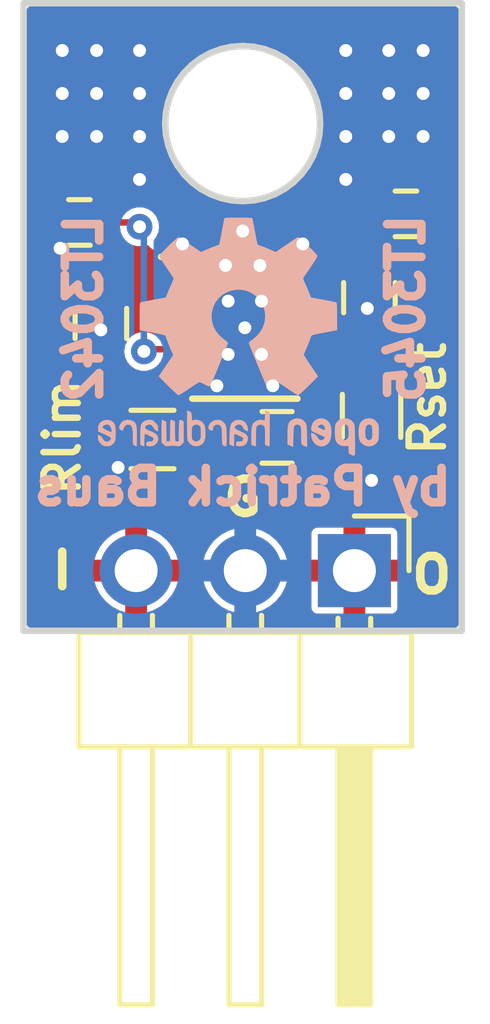
<source format=kicad_pcb>
(kicad_pcb (version 20221018) (generator pcbnew)
  (layers (0 "F.Cu" signal) (31 "B.Cu" signal) (34 "B.Paste" user) (35 "F.Paste" user) (36 "B.SilkS" user "B.Silkscreen") (37 "F.SilkS" user "F.Silkscreen") (38 "B.Mask" user) (39 "F.Mask" user) (44 "Edge.Cuts" user))
  (net 0 "")
  (net 1 "GND")
  (net 2 "Net-(C2-Pad1)")
  (net 3 "Net-(U1-Pad9)")
  (net 4 "/out")
  (net 5 "Net-(U1-Pad6)")
  (net 6 "Net-(R2-Pad1)")
  (net 7 "Net-(R3-Pad2)")
  (net 8 "/in")
  (footprint "Custom footprints:NET-TIE-0.15mm" (layer "F.Cu") (at 120.8 93.4 -135)
    (fp_text reference "W1" hide)
    (fp_text value "NET-TIE" hide)
    (fp_line (start 0 0) (end 0.4 0) (stroke (width 0.15)) (layer "F.Cu"))
    (pad "1" smd circle (at 0 0 225) (size 0.15 0.15) (layers "F.Cu") (net 4 "/out") (clearance 0.001) (thermal_gap 0.001))
    (pad "2" smd circle (at 0.4 0 225) (size 0.15 0.15) (layers "F.Cu") (net 3 "Net-(U1-Pad9)") (clearance 0.001) (thermal_gap 0.001))
  )
  (footprint "Resistors_SMD:R_0402" (layer "F.Cu") (at 121.9 91.9 180)
    (fp_text reference "R3" hide)
    (fp_text value "200k")
    (fp_line (start -0.25 0.53) (end 0.25 0.53) (stroke (width 0.12)) (layer "F.SilkS"))
    (fp_line (start 0.25 -0.53) (end -0.25 -0.53) (stroke (width 0.12)) (layer "F.SilkS"))
    (pad "1" smd rect (at -0.45 0 180) (size 0.4 0.6) (layers "F.Cu" "F.Paste" "F.Mask") (net 4 "/out"))
    (pad "2" smd rect (at 0.45 0 180) (size 0.4 0.6) (layers "F.Cu" "F.Paste" "F.Mask") (net 7 "Net-(R3-Pad2)"))
  )
  (footprint "Resistors_SMD:R_0402" (layer "F.Cu") (at 114.3 92.1 180)
    (fp_text reference "R4" hide)
    (fp_text value "5.6k")
    (fp_line (start -0.25 0.53) (end 0.25 0.53) (stroke (width 0.12)) (layer "F.SilkS"))
    (fp_line (start 0.25 -0.53) (end -0.25 -0.53) (stroke (width 0.12)) (layer "F.SilkS"))
    (pad "1" smd rect (at -0.45 0 180) (size 0.4 0.6) (layers "F.Cu" "F.Paste" "F.Mask") (net 7 "Net-(R3-Pad2)"))
    (pad "2" smd rect (at 0.45 0 180) (size 0.4 0.6) (layers "F.Cu" "F.Paste" "F.Mask") (net 1 "GND"))
  )
  (footprint "Resistors_SMD:R_0603" (layer "F.Cu") (at 121.1 96.6 -90)
    (fp_text reference "R1" hide)
    (fp_text value "120k")
    (fp_line (start -0.5 -0.68) (end 0.5 -0.68) (stroke (width 0.12)) (layer "F.SilkS"))
    (fp_line (start 0.5 0.68) (end -0.5 0.68) (stroke (width 0.12)) (layer "F.SilkS"))
    (pad "1" smd rect (at -0.75 0 270) (size 0.5 0.9) (layers "F.Cu" "F.Paste" "F.Mask") (net 2 "Net-(C2-Pad1)"))
    (pad "2" smd rect (at 0.75 0 270) (size 0.5 0.9) (layers "F.Cu" "F.Paste" "F.Mask") (net 1 "GND"))
  )
  (footprint "Resistors_SMD:R_0603" (layer "F.Cu") (at 116 97.15 180)
    (fp_text reference "R2" hide)
    (fp_text value "300")
    (fp_line (start -0.5 -0.68) (end 0.5 -0.68) (stroke (width 0.12)) (layer "F.SilkS"))
    (fp_line (start 0.5 0.68) (end -0.5 0.68) (stroke (width 0.12)) (layer "F.SilkS"))
    (pad "1" smd rect (at -0.75 0 180) (size 0.5 0.9) (layers "F.Cu" "F.Paste" "F.Mask") (net 6 "Net-(R2-Pad1)"))
    (pad "2" smd rect (at 0.75 0 180) (size 0.5 0.9) (layers "F.Cu" "F.Paste" "F.Mask") (net 1 "GND"))
  )
  (footprint "Housings_DFN_QFN:DFN-10-1EP_3x3mm_Pitch0.5mm" (layer "F.Cu") (at 118.15 94.55)
    (fp_text reference "U1" hide)
    (fp_text value "LT3045EDD")
    (fp_line (start -1.95 -1.65) (end 1.225 -1.65) (stroke (width 0.15)) (layer "F.SilkS"))
    (fp_line (start -1.225 1.65) (end 1.225 1.65) (stroke (width 0.15)) (layer "F.SilkS"))
    (pad "1" smd rect (at -1.55 -1) (size 0.65 0.3) (layers "F.Cu" "F.Paste" "F.Mask") (net 8 "/in"))
    (pad "2" smd rect (at -1.55 -0.5) (size 0.65 0.3) (layers "F.Cu" "F.Paste" "F.Mask") (net 8 "/in"))
    (pad "3" smd rect (at -1.55 0) (size 0.65 0.3) (layers "F.Cu" "F.Paste" "F.Mask") (net 8 "/in"))
    (pad "4" smd rect (at -1.55 0.5) (size 0.65 0.3) (layers "F.Cu" "F.Paste" "F.Mask") (net 7 "Net-(R3-Pad2)"))
    (pad "5" smd rect (at -1.55 1) (size 0.65 0.3) (layers "F.Cu" "F.Paste" "F.Mask") (net 6 "Net-(R2-Pad1)"))
    (pad "6" smd rect (at 1.55 1) (size 0.65 0.3) (layers "F.Cu" "F.Paste" "F.Mask") (net 5 "Net-(U1-Pad6)"))
    (pad "7" smd rect (at 1.55 0.5) (size 0.65 0.3) (layers "F.Cu" "F.Paste" "F.Mask") (net 2 "Net-(C2-Pad1)"))
    (pad "8" smd rect (at 1.55 0) (size 0.65 0.3) (layers "F.Cu" "F.Paste" "F.Mask") (net 1 "GND"))
    (pad "9" smd rect (at 1.55 -0.5) (size 0.65 0.3) (layers "F.Cu" "F.Paste" "F.Mask") (net 3 "Net-(U1-Pad9)"))
    (pad "10" smd rect (at 1.55 -1) (size 0.65 0.3) (layers "F.Cu" "F.Paste" "F.Mask") (net 4 "/out"))
    (pad "11" smd rect (at -0.3875 -0.62) (size 0.775 1.24) (layers "F.Cu" "F.Paste" "F.Mask") (net 1 "GND"))
    (pad "11" smd rect (at -0.3875 0.62) (size 0.775 1.24) (layers "F.Cu" "F.Paste" "F.Mask") (net 1 "GND"))
    (pad "11" smd rect (at 0.3875 -0.62) (size 0.775 1.24) (layers "F.Cu" "F.Paste" "F.Mask") (net 1 "GND"))
    (pad "11" smd rect (at 0.3875 0.62) (size 0.775 1.24) (layers "F.Cu" "F.Paste" "F.Mask") (net 1 "GND"))
  )
  (footprint "Pin_Headers:Pin_Header_Angled_1x03_Pitch2.54mm" (layer "F.Cu") (at 120.7 100.2 -90)
    (fp_text reference "J1" hide)
    (fp_text value "CONN_01X03")
    (fp_line (start -1.27 -1.27) (end 0 -1.27) (stroke (width 0.12)) (layer "F.SilkS"))
    (fp_line (start -1.27 0) (end -1.27 -1.27) (stroke (width 0.12)) (layer "F.SilkS"))
    (fp_line (start 1.042929 2.16) (end 1.44 2.16) (stroke (width 0.12)) (layer "F.SilkS"))
    (fp_line (start 1.042929 2.92) (end 1.44 2.92) (stroke (width 0.12)) (layer "F.SilkS"))
    (fp_line (start 1.042929 4.7) (end 1.44 4.7) (stroke (width 0.12)) (layer "F.SilkS"))
    (fp_line (start 1.042929 5.46) (end 1.44 5.46) (stroke (width 0.12)) (layer "F.SilkS"))
    (fp_line (start 1.11 -0.38) (end 1.44 -0.38) (stroke (width 0.12)) (layer "F.SilkS"))
    (fp_line (start 1.11 0.38) (end 1.44 0.38) (stroke (width 0.12)) (layer "F.SilkS"))
    (fp_line (start 1.44 -1.33) (end 1.44 6.41) (stroke (width 0.12)) (layer "F.SilkS"))
    (fp_line (start 1.44 1.27) (end 4.1 1.27) (stroke (width 0.12)) (layer "F.SilkS"))
    (fp_line (start 1.44 3.81) (end 4.1 3.81) (stroke (width 0.12)) (layer "F.SilkS"))
    (fp_line (start 1.44 6.41) (end 4.1 6.41) (stroke (width 0.12)) (layer "F.SilkS"))
    (fp_line (start 4.1 -1.33) (end 1.44 -1.33) (stroke (width 0.12)) (layer "F.SilkS"))
    (fp_line (start 4.1 -0.38) (end 10.1 -0.38) (stroke (width 0.12)) (layer "F.SilkS"))
    (fp_line (start 4.1 -0.32) (end 10.1 -0.32) (stroke (width 0.12)) (layer "F.SilkS"))
    (fp_line (start 4.1 -0.2) (end 10.1 -0.2) (stroke (width 0.12)) (layer "F.SilkS"))
    (fp_line (start 4.1 -0.08) (end 10.1 -0.08) (stroke (width 0.12)) (layer "F.SilkS"))
    (fp_line (start 4.1 0.04) (end 10.1 0.04) (stroke (width 0.12)) (layer "F.SilkS"))
    (fp_line (start 4.1 0.16) (end 10.1 0.16) (stroke (width 0.12)) (layer "F.SilkS"))
    (fp_line (start 4.1 0.28) (end 10.1 0.28) (stroke (width 0.12)) (layer "F.SilkS"))
    (fp_line (start 4.1 2.16) (end 10.1 2.16) (stroke (width 0.12)) (layer "F.SilkS"))
    (fp_line (start 4.1 4.7) (end 10.1 4.7) (stroke (width 0.12)) (layer "F.SilkS"))
    (fp_line (start 4.1 6.41) (end 4.1 -1.33) (stroke (width 0.12)) (layer "F.SilkS"))
    (fp_line (start 10.1 -0.38) (end 10.1 0.38) (stroke (width 0.12)) (layer "F.SilkS"))
    (fp_line (start 10.1 0.38) (end 4.1 0.38) (stroke (width 0.12)) (layer "F.SilkS"))
    (fp_line (start 10.1 2.16) (end 10.1 2.92) (stroke (width 0.12)) (layer "F.SilkS"))
    (fp_line (start 10.1 2.92) (end 4.1 2.92) (stroke (width 0.12)) (layer "F.SilkS"))
    (fp_line (start 10.1 4.7) (end 10.1 5.46) (stroke (width 0.12)) (layer "F.SilkS"))
    (fp_line (start 10.1 5.46) (end 4.1 5.46) (stroke (width 0.12)) (layer "F.SilkS"))
    (pad "1" thru_hole rect (at 0 0 270) (size 1.7 1.7) (drill 1) (layers "*.Cu" "*.Mask") (net 4 "/out"))
    (pad "2" thru_hole oval (at 0 2.54 270) (size 1.7 1.7) (drill 1) (layers "*.Cu" "*.Mask") (net 1 "GND"))
    (pad "3" thru_hole oval (at 0 5.08 270) (size 1.7 1.7) (drill 1) (layers "*.Cu" "*.Mask") (net 8 "/in"))
  )
  (footprint "Capacitors_SMD:C_0603" (layer "F.Cu") (at 118.9 97.1 180)
    (fp_text reference "C2" hide)
    (fp_text value "10u")
    (fp_line (start -0.35 -0.6) (end 0.35 -0.6) (stroke (width 0.12)) (layer "F.SilkS"))
    (fp_line (start 0.35 0.6) (end -0.35 0.6) (stroke (width 0.12)) (layer "F.SilkS"))
    (pad "1" smd rect (at -0.75 0 180) (size 0.8 0.75) (layers "F.Cu" "F.Paste" "F.Mask") (net 2 "Net-(C2-Pad1)"))
    (pad "2" smd rect (at 0.75 0 180) (size 0.8 0.75) (layers "F.Cu" "F.Paste" "F.Mask") (net 1 "GND"))
  )
  (footprint "Capacitors_SMD:C_0603" (layer "F.Cu") (at 114.8 94.45 -90)
    (fp_text reference "C1" hide)
    (fp_text value "10u")
    (fp_line (start -0.35 -0.6) (end 0.35 -0.6) (stroke (width 0.12)) (layer "F.SilkS"))
    (fp_line (start 0.35 0.6) (end -0.35 0.6) (stroke (width 0.12)) (layer "F.SilkS"))
    (pad "1" smd rect (at -0.75 0 270) (size 0.8 0.75) (layers "F.Cu" "F.Paste" "F.Mask") (net 8 "/in"))
    (pad "2" smd rect (at 0.75 0 270) (size 0.8 0.75) (layers "F.Cu" "F.Paste" "F.Mask") (net 1 "GND"))
  )
  (footprint "Capacitors_SMD:C_0603" (layer "F.Cu") (at 121.05 93.85 -90)
    (fp_text reference "C3" hide)
    (fp_text value "10u")
    (fp_line (start -0.35 -0.6) (end 0.35 -0.6) (stroke (width 0.12)) (layer "F.SilkS"))
    (fp_line (start 0.35 0.6) (end -0.35 0.6) (stroke (width 0.12)) (layer "F.SilkS"))
    (pad "1" smd rect (at -0.75 0 270) (size 0.8 0.75) (layers "F.Cu" "F.Paste" "F.Mask") (net 4 "/out"))
    (pad "2" smd rect (at 0.75 0 270) (size 0.8 0.75) (layers "F.Cu" "F.Paste" "F.Mask") (net 1 "GND"))
  )
  (footprint "Symbols:OSHW-Logo2_7.3x6mm_SilkScreen" (layer "B.Cu") (at 118 94.75 180)
    (fp_text reference "REF***" hide)
    (fp_text value "OSHW-Logo_7.5x8mm_SilkScreen" hide)
    (fp_poly (pts (xy 2.6526 -1.958752) (xy 2.669948 -1.966334) (xy 2.711356 -1.999128) (xy 2.746765 -2.046547) (xy 2.768664 -2.097151) (xy 2.772229 -2.122098) (xy 2.760279 -2.156927) (xy 2.734067 -2.175357) (xy 2.705964 -2.186516) (xy 2.693095 -2.188572) (xy 2.686829 -2.173649) (xy 2.674456 -2.141175) (xy 2.669028 -2.126502) (xy 2.63859 -2.075744) (xy 2.59452 -2.050427) (xy 2.53801 -2.051206) (xy 2.533825 -2.052203) (xy 2.503655 -2.066507) (xy 2.481476 -2.094393) (xy 2.466327 -2.139287) (xy 2.45725 -2.204615) (xy 2.453286 -2.293804) (xy 2.452914 -2.341261) (xy 2.45273 -2.416071) (xy 2.451522 -2.467069) (xy 2.448309 -2.499471) (xy 2.442109 -2.518495) (xy 2.43194 -2.529356) (xy 2.416819 -2.537272) (xy 2.415946 -2.53767) (xy 2.386828 -2.549981) (xy 2.372403 -2.554514) (xy 2.370186 -2.540809) (xy 2.368289 -2.502925) (xy 2.366847 -2.445715) (xy 2.365998 -2.374027) (xy 2.365829 -2.321565) (xy 2.366692 -2.220047) (xy 2.37007 -2.143032) (xy 2.377142 -2.086023) (xy 2.389088 -2.044526) (xy 2.40709 -2.014043) (xy 2.432327 -1.99008) (xy 2.457247 -1.973355) (xy 2.517171 -1.951097) (xy 2.586911 -1.946076) (xy 2.6526 -1.958752)) (stroke (width 0.01)) (fill solid) (layer "B.SilkS"))
    (fp_poly (pts (xy -1.283907 -1.92778) (xy -1.237328 -1.954723) (xy -1.204943 -1.981466) (xy -1.181258 -2.009484) (xy -1.164941 -2.043748) (xy -1.154661 -2.089227) (xy -1.149086 -2.150892) (xy -1.146884 -2.233711) (xy -1.146629 -2.293246) (xy -1.146629 -2.512391) (xy -1.208314 -2.540044) (xy -1.27 -2.567697) (xy -1.277257 -2.32767) (xy -1.280256 -2.238028) (xy -1.283402 -2.172962) (xy -1.287299 -2.128026) (xy -1.292553 -2.09877) (xy -1.299769 -2.080748) (xy -1.30955 -2.069511) (xy -1.312688 -2.067079) (xy -1.360239 -2.048083) (xy -1.408303 -2.0556) (xy -1.436914 -2.075543) (xy -1.448553 -2.089675) (xy -1.456609 -2.10822) (xy -1.461729 -2.136334) (xy -1.464559 -2.179173) (xy -1.465744 -2.241895) (xy -1.465943 -2.307261) (xy -1.465982 -2.389268) (xy -1.467386 -2.447316) (xy -1.472086 -2.486465) (xy -1.482013 -2.51178) (xy -1.499097 -2.528323) (xy -1.525268 -2.541156) (xy -1.560225 -2.554491) (xy -1.598404 -2.569007) (xy -1.593859 -2.311389) (xy -1.592029 -2.218519) (xy -1.589888 -2.149889) (xy -1.586819 -2.100711) (xy -1.582206 -2.066198) (xy -1.575432 -2.041562) (xy -1.565881 -2.022016) (xy -1.554366 -2.00477) (xy -1.49881 -1.94968) (xy -1.43102 -1.917822) (xy -1.357287 -1.910191) (xy -1.283907 -1.92778)) (stroke (width 0.01)) (fill solid) (layer "B.SilkS"))
    (fp_poly (pts (xy 0.529926 -1.949755) (xy 0.595858 -1.974084) (xy 0.649273 -2.017117) (xy 0.670164 -2.047409) (xy 0.692939 -2.102994) (xy 0.692466 -2.143186) (xy 0.668562 -2.170217) (xy 0.659717 -2.174813) (xy 0.62153 -2.189144) (xy 0.602028 -2.185472) (xy 0.595422 -2.161407) (xy 0.595086 -2.148114) (xy 0.582992 -2.09921) (xy 0.551471 -2.064999) (xy 0.507659 -2.048476) (xy 0.458695 -2.052634) (xy 0.418894 -2.074227) (xy 0.40545 -2.086544) (xy 0.395921 -2.101487) (xy 0.389485 -2.124075) (xy 0.385317 -2.159328) (xy 0.382597 -2.212266) (xy 0.380502 -2.287907) (xy 0.37996 -2.311857) (xy 0.377981 -2.39379) (xy 0.375731 -2.451455) (xy 0.372357 -2.489608) (xy 0.367006 -2.513004) (xy 0.358824 -2.526398) (xy 0.346959 -2.534545) (xy 0.339362 -2.538144) (xy 0.307102 -2.550452) (xy 0.288111 -2.554514) (xy 0.281836 -2.540948) (xy 0.278006 -2.499934) (xy 0.2766 -2.430999) (xy 0.277598 -2.333669) (xy 0.277908 -2.318657) (xy 0.280101 -2.229859) (xy 0.282693 -2.165019) (xy 0.286382 -2.119067) (xy 0.291864 -2.086935) (xy 0.299835 -2.063553) (xy 0.310993 -2.043852) (xy 0.31683 -2.03541) (xy 0.350296 -1.998057) (xy 0.387727 -1.969003) (xy 0.392309 -1.966467) (xy 0.459426 -1.946443) (xy 0.529926 -1.949755)) (stroke (width 0.01)) (fill solid) (layer "B.SilkS"))
    (fp_poly (pts (xy -0.624114 -1.851289) (xy -0.619861 -1.910613) (xy -0.614975 -1.945572) (xy -0.608205 -1.96082) (xy -0.598298 -1.961015) (xy -0.595086 -1.959195) (xy -0.552356 -1.946015) (xy -0.496773 -1.946785) (xy -0.440263 -1.960333) (xy -0.404918 -1.977861) (xy -0.368679 -2.005861) (xy -0.342187 -2.037549) (xy -0.324001 -2.077813) (xy -0.312678 -2.131543) (xy -0.306778 -2.203626) (xy -0.304857 -2.298951) (xy -0.304823 -2.317237) (xy -0.3048 -2.522646) (xy -0.350509 -2.53858) (xy -0.382973 -2.54942) (xy -0.400785 -2.554468) (xy -0.401309 -2.554514) (xy -0.403063 -2.540828) (xy -0.404556 -2.503076) (xy -0.405674 -2.446224) (xy -0.406303 -2.375234) (xy -0.4064 -2.332073) (xy -0.406602 -2.246973) (xy -0.407642 -2.185981) (xy -0.410169 -2.144177) (xy -0.414836 -2.116642) (xy -0.422293 -2.098456) (xy -0.433189 -2.084698) (xy -0.439993 -2.078073) (xy -0.486728 -2.051375) (xy -0.537728 -2.049375) (xy -0.583999 -2.071955) (xy -0.592556 -2.080107) (xy -0.605107 -2.095436) (xy -0.613812 -2.113618) (xy -0.619369 -2.139909) (xy -0.622474 -2.179562) (xy -0.623824 -2.237832) (xy -0.624114 -2.318173) (xy -0.624114 -2.522646) (xy -0.669823 -2.53858) (xy -0.702287 -2.54942) (xy -0.720099 -2.554468) (xy -0.720623 -2.554514) (xy -0.721963 -2.540623) (xy -0.723172 -2.501439) (xy -0.724199 -2.4407) (xy -0.724998 -2.362141) (xy -0.725519 -2.269498) (xy -0.725714 -2.166509) (xy -0.725714 -1.769342) (xy -0.678543 -1.749444) (xy -0.631371 -1.729547) (xy -0.624114 -1.851289)) (stroke (width 0.01)) (fill solid) (layer "B.SilkS"))
    (fp_poly (pts (xy 1.779833 -1.958663) (xy 1.782048 -1.99685) (xy 1.783784 -2.054886) (xy 1.784899 -2.12818) (xy 1.785257 -2.205055) (xy 1.785257 -2.465196) (xy 1.739326 -2.511127) (xy 1.707675 -2.539429) (xy 1.67989 -2.550893) (xy 1.641915 -2.550168) (xy 1.62684 -2.548321) (xy 1.579726 -2.542948) (xy 1.540756 -2.539869) (xy 1.531257 -2.539585) (xy 1.499233 -2.541445) (xy 1.453432 -2.546114) (xy 1.435674 -2.548321) (xy 1.392057 -2.551735) (xy 1.362745 -2.54432) (xy 1.33368 -2.521427) (xy 1.323188 -2.511127) (xy 1.277257 -2.465196) (xy 1.277257 -1.978602) (xy 1.314226 -1.961758) (xy 1.346059 -1.949282) (xy 1.364683 -1.944914) (xy 1.369458 -1.958718) (xy 1.373921 -1.997286) (xy 1.377775 -2.056356) (xy 1.380722 -2.131663) (xy 1.382143 -2.195286) (xy 1.386114 -2.445657) (xy 1.420759 -2.450556) (xy 1.452268 -2.447131) (xy 1.467708 -2.436041) (xy 1.472023 -2.415308) (xy 1.475708 -2.371145) (xy 1.478469 -2.309146) (xy 1.480012 -2.234909) (xy 1.480235 -2.196706) (xy 1.480457 -1.976783) (xy 1.526166 -1.960849) (xy 1.558518 -1.950015) (xy 1.576115 -1.944962) (xy 1.576623 -1.944914) (xy 1.578388 -1.958648) (xy 1.580329 -1.99673) (xy 1.582282 -2.054482) (xy 1.584084 -2.127227) (xy 1.585343 -2.195286) (xy 1.589314 -2.445657) (xy 1.6764 -2.445657) (xy 1.680396 -2.21724) (xy 1.684392 -1.988822) (xy 1.726847 -1.966868) (xy 1.758192 -1.951793) (xy 1.776744 -1.944951) (xy 1.777279 -1.944914) (xy 1.779833 -1.958663)) (stroke (width 0.01)) (fill solid) (layer "B.SilkS"))
    (fp_poly (pts (xy -2.958885 -1.921962) (xy -2.890855 -1.957733) (xy -2.840649 -2.015301) (xy -2.822815 -2.052312) (xy -2.808937 -2.107882) (xy -2.801833 -2.178096) (xy -2.80116 -2.254727) (xy -2.806573 -2.329552) (xy -2.81773 -2.394342) (xy -2.834286 -2.440873) (xy -2.839374 -2.448887) (xy -2.899645 -2.508707) (xy -2.971231 -2.544535) (xy -3.048908 -2.55502) (xy -3.127452 -2.53881) (xy -3.149311 -2.529092) (xy -3.191878 -2.499143) (xy -3.229237 -2.459433) (xy -3.232768 -2.454397) (xy -3.247119 -2.430124) (xy -3.256606 -2.404178) (xy -3.26221 -2.370022) (xy -3.264914 -2.321119) (xy -3.265701 -2.250935) (xy -3.265714 -2.2352) (xy -3.265678 -2.230192) (xy -3.120571 -2.230192) (xy -3.119727 -2.29643) (xy -3.116404 -2.340386) (xy -3.109417 -2.368779) (xy -3.097584 -2.388325) (xy -3.091543 -2.394857) (xy -3.056814 -2.41968) (xy -3.023097 -2.418548) (xy -2.989005 -2.397016) (xy -2.968671 -2.374029) (xy -2.956629 -2.340478) (xy -2.949866 -2.287569) (xy -2.949402 -2.281399) (xy -2.948248 -2.185513) (xy -2.960312 -2.114299) (xy -2.98543 -2.068194) (xy -3.02344 -2.047635) (xy -3.037008 -2.046514) (xy -3.072636 -2.052152) (xy -3.097006 -2.071686) (xy -3.111907 -2.109042) (xy -3.119125 -2.16815) (xy -3.120571 -2.230192) (xy -3.265678 -2.230192) (xy -3.265174 -2.160413) (xy -3.262904 -2.108159) (xy -3.257932 -2.071949) (xy -3.249287 -2.045299) (xy -3.235995 -2.021722) (xy -3.233057 -2.017338) (xy -3.183687 -1.958249) (xy -3.129891 -1.923947) (xy -3.064398 -1.910331) (xy -3.042158 -1.909665) (xy -2.958885 -1.921962)) (stroke (width 0.01)) (fill solid) (layer "B.SilkS"))
    (fp_poly (pts (xy 3.153595 -1.966966) (xy 3.211021 -2.004497) (xy 3.238719 -2.038096) (xy 3.260662 -2.099064) (xy 3.262405 -2.147308) (xy 3.258457 -2.211816) (xy 3.109686 -2.276934) (xy 3.037349 -2.310202) (xy 2.990084 -2.336964) (xy 2.965507 -2.360144) (xy 2.961237 -2.382667) (xy 2.974889 -2.407455) (xy 2.989943 -2.423886) (xy 3.033746 -2.450235) (xy 3.081389 -2.452081) (xy 3.125145 -2.431546) (xy 3.157289 -2.390752) (xy 3.163038 -2.376347) (xy 3.190576 -2.331356) (xy 3.222258 -2.312182) (xy 3.265714 -2.295779) (xy 3.265714 -2.357966) (xy 3.261872 -2.400283) (xy 3.246823 -2.435969) (xy 3.21528 -2.476943) (xy 3.210592 -2.482267) (xy 3.175506 -2.51872) (xy 3.145347 -2.538283) (xy 3.107615 -2.547283) (xy 3.076335 -2.55023) (xy 3.020385 -2.550965) (xy 2.980555 -2.54166) (xy 2.955708 -2.527846) (xy 2.916656 -2.497467) (xy 2.889625 -2.464613) (xy 2.872517 -2.423294) (xy 2.863238 -2.367521) (xy 2.859693 -2.291305) (xy 2.85941 -2.252622) (xy 2.860372 -2.206247) (xy 2.948007 -2.206247) (xy 2.949023 -2.231126) (xy 2.951556 -2.2352) (xy 2.968274 -2.229665) (xy 3.004249 -2.215017) (xy 3.052331 -2.19419) (xy 3.062386 -2.189714) (xy 3.123152 -2.158814) (xy 3.156632 -2.131657) (xy 3.16399 -2.10622) (xy 3.146391 -2.080481) (xy 3.131856 -2.069109) (xy 3.07941 -2.046364) (xy 3.030322 -2.050122) (xy 2.989227 -2.077884) (xy 2.960758 -2.127152) (xy 2.951631 -2.166257) (xy 2.948007 -2.206247) (xy 2.860372 -2.206247) (xy 2.861285 -2.162249) (xy 2.868196 -2.095384) (xy 2.881884 -2.046695) (xy 2.904096 -2.010849) (xy 2.936574 -1.982513) (xy 2.950733 -1.973355) (xy 3.015053 -1.949507) (xy 3.085473 -1.948006) (xy 3.153595 -1.966966)) (stroke (width 0.01)) (fill solid) (layer "B.SilkS"))
    (fp_poly (pts (xy 1.190117 -2.065358) (xy 1.189933 -2.173837) (xy 1.189219 -2.257287) (xy 1.187675 -2.319704) (xy 1.185001 -2.365085) (xy 1.180894 -2.397429) (xy 1.175055 -2.420733) (xy 1.167182 -2.438995) (xy 1.161221 -2.449418) (xy 1.111855 -2.505945) (xy 1.049264 -2.541377) (xy 0.980013 -2.55409) (xy 0.910668 -2.542463) (xy 0.869375 -2.521568) (xy 0.826025 -2.485422) (xy 0.796481 -2.441276) (xy 0.778655 -2.383462) (xy 0.770463 -2.306313) (xy 0.769302 -2.249714) (xy 0.769458 -2.245647) (xy 0.870857 -2.245647) (xy 0.871476 -2.31055) (xy 0.874314 -2.353514) (xy 0.88084 -2.381622) (xy 0.892523 -2.401953) (xy 0.906483 -2.417288) (xy 0.953365 -2.44689) (xy 1.003701 -2.449419) (xy 1.051276 -2.424705) (xy 1.054979 -2.421356) (xy 1.070783 -2.403935) (xy 1.080693 -2.383209) (xy 1.086058 -2.352362) (xy 1.088228 -2.304577) (xy 1.088571 -2.251748) (xy 1.087827 -2.185381) (xy 1.084748 -2.141106) (xy 1.078061 -2.112009) (xy 1.066496 -2.091173) (xy 1.057013 -2.080107) (xy 1.01296 -2.052198) (xy 0.962224 -2.048843) (xy 0.913796 -2.070159) (xy 0.90445 -2.078073) (xy 0.88854 -2.095647) (xy 0.87861 -2.116587) (xy 0.873278 -2.147782) (xy 0.871163 -2.196122) (xy 0.870857 -2.245647) (xy 0.769458 -2.245647) (xy 0.77281 -2.158568) (xy 0.784726 -2.090086) (xy 0.807135 -2.0386) (xy 0.842124 -1.998443) (xy 0.869375 -1.977861) (xy 0.918907 -1.955625) (xy 0.976316 -1.945304) (xy 1.029682 -1.948067) (xy 1.059543 -1.959212) (xy 1.071261 -1.962383) (xy 1.079037 -1.950557) (xy 1.084465 -1.918866) (xy 1.088571 -1.870593) (xy 1.093067 -1.816829) (xy 1.099313 -1.784482) (xy 1.110676 -1.765985) (xy 1.130528 -1.75377) (xy 1.143 -1.748362) (xy 1.190171 -1.728601) (xy 1.190117 -2.065358)) (stroke (width 0.01)) (fill solid) (layer "B.SilkS"))
    (fp_poly (pts (xy -1.831697 -1.931239) (xy -1.774473 -1.969735) (xy -1.730251 -2.025335) (xy -1.703833 -2.096086) (xy -1.69849 -2.148162) (xy -1.699097 -2.169893) (xy -1.704178 -2.186531) (xy -1.718145 -2.201437) (xy -1.745411 -2.217973) (xy -1.790388 -2.239498) (xy -1.857489 -2.269374) (xy -1.857829 -2.269524) (xy -1.919593 -2.297813) (xy -1.970241 -2.322933) (xy -2.004596 -2.342179) (xy -2.017482 -2.352848) (xy -2.017486 -2.352934) (xy -2.006128 -2.376166) (xy -1.979569 -2.401774) (xy -1.949077 -2.420221) (xy -1.93363 -2.423886) (xy -1.891485 -2.411212) (xy -1.855192 -2.379471) (xy -1.837483 -2.344572) (xy -1.820448 -2.318845) (xy -1.787078 -2.289546) (xy -1.747851 -2.264235) (xy -1.713244 -2.250471) (xy -1.706007 -2.249714) (xy -1.697861 -2.26216) (xy -1.69737 -2.293972) (xy -1.703357 -2.336866) (xy -1.714643 -2.382558) (xy -1.73005 -2.422761) (xy -1.730829 -2.424322) (xy -1.777196 -2.489062) (xy -1.837289 -2.533097) (xy -1.905535 -2.554711) (xy -1.976362 -2.552185) (xy -2.044196 -2.523804) (xy -2.047212 -2.521808) (xy -2.100573 -2.473448) (xy -2.13566 -2.410352) (xy -2.155078 -2.327387) (xy -2.157684 -2.304078) (xy -2.162299 -2.194055) (xy -2.156767 -2.142748) (xy -2.017486 -2.142748) (xy -2.015676 -2.174753) (xy -2.005778 -2.184093) (xy -1.981102 -2.177105) (xy -1.942205 -2.160587) (xy -1.898725 -2.139881) (xy -1.897644 -2.139333) (xy -1.860791 -2.119949) (xy -1.846 -2.107013) (xy -1.849647 -2.093451) (xy -1.865005 -2.075632) (xy -1.904077 -2.049845) (xy -1.946154 -2.04795) (xy -1.983897 -2.066717) (xy -2.009966 -2.102915) (xy -2.017486 -2.142748) (xy -2.156767 -2.142748) (xy -2.152806 -2.106027) (xy -2.12845 -2.036212) (xy -2.094544 -1.987302) (xy -2.033347 -1.937878) (xy -1.965937 -1.913359) (xy -1.89712 -1.911797) (xy -1.831697 -1.931239)) (stroke (width 0.01)) (fill solid) (layer "B.SilkS"))
    (fp_poly (pts (xy 0.039744 -1.950968) (xy 0.096616 -1.972087) (xy 0.097267 -1.972493) (xy 0.13244 -1.99838) (xy 0.158407 -2.028633) (xy 0.17667 -2.068058) (xy 0.188732 -2.121462) (xy 0.196096 -2.193651) (xy 0.200264 -2.289432) (xy 0.200629 -2.303078) (xy 0.205876 -2.508842) (xy 0.161716 -2.531678) (xy 0.129763 -2.54711) (xy 0.11047 -2.554423) (xy 0.109578 -2.554514) (xy 0.106239 -2.541022) (xy 0.103587 -2.504626) (xy 0.101956 -2.451452) (xy 0.1016 -2.408393) (xy 0.101592 -2.338641) (xy 0.098403 -2.294837) (xy 0.087288 -2.273944) (xy 0.063501 -2.272925) (xy 0.022296 -2.288741) (xy -0.039914 -2.317815) (xy -0.085659 -2.341963) (xy -0.109187 -2.362913) (xy -0.116104 -2.385747) (xy -0.116114 -2.386877) (xy -0.104701 -2.426212) (xy -0.070908 -2.447462) (xy -0.019191 -2.450539) (xy 0.018061 -2.450006) (xy 0.037703 -2.460735) (xy 0.049952 -2.486505) (xy 0.057002 -2.519337) (xy 0.046842 -2.537966) (xy 0.043017 -2.540632) (xy 0.007001 -2.55134) (xy -0.043434 -2.552856) (xy -0.095374 -2.545759) (xy -0.132178 -2.532788) (xy -0.183062 -2.489585) (xy -0.211986 -2.429446) (xy -0.217714 -2.382462) (xy -0.213343 -2.340082) (xy -0.197525 -2.305488) (xy -0.166203 -2.274763) (xy -0.115322 -2.24399) (xy -0.040824 -2.209252) (xy -0.036286 -2.207288) (xy 0.030821 -2.176287) (xy 0.072232 -2.150862) (xy 0.089981 -2.128014) (xy 0.086107 -2.104745) (xy 0.062643 -2.078056) (xy 0.055627 -2.071914) (xy 0.00863 -2.0481) (xy -0.040067 -2.049103) (xy -0.082478 -2.072451) (xy -0.110616 -2.115675) (xy -0.113231 -2.12416) (xy -0.138692 -2.165308) (xy -0.170999 -2.185128) (xy -0.217714 -2.20477) (xy -0.217714 -2.15395) (xy -0.203504 -2.080082) (xy -0.161325 -2.012327) (xy -0.139376 -1.989661) (xy -0.089483 -1.960569) (xy -0.026033 -1.9474) (xy 0.039744 -1.950968)) (stroke (width 0.01)) (fill solid) (layer "B.SilkS"))
    (fp_poly (pts (xy -2.400256 -1.919918) (xy -2.344799 -1.947568) (xy -2.295852 -1.99848) (xy -2.282371 -2.017338) (xy -2.267686 -2.042015) (xy -2.258158 -2.068816) (xy -2.252707 -2.104587) (xy -2.250253 -2.156169) (xy -2.249714 -2.224267) (xy -2.252148 -2.317588) (xy -2.260606 -2.387657) (xy -2.276826 -2.439931) (xy -2.302546 -2.479869) (xy -2.339503 -2.512929) (xy -2.342218 -2.514886) (xy -2.37864 -2.534908) (xy -2.422498 -2.544815) (xy -2.478276 -2.547257) (xy -2.568952 -2.547257) (xy -2.56899 -2.635283) (xy -2.569834 -2.684308) (xy -2.574976 -2.713065) (xy -2.588413 -2.730311) (xy -2.614142 -2.744808) (xy -2.620321 -2.747769) (xy -2.649236 -2.761648) (xy -2.671624 -2.770414) (xy -2.688271 -2.771171) (xy -2.699964 -2.761023) (xy -2.70749 -2.737073) (xy -2.711634 -2.696426) (xy -2.713185 -2.636186) (xy -2.712929 -2.553455) (xy -2.711651 -2.445339) (xy -2.711252 -2.413) (xy -2.709815 -2.301524) (xy -2.708528 -2.228603) (xy -2.569029 -2.228603) (xy -2.568245 -2.290499) (xy -2.56476 -2.330997) (xy -2.556876 -2.357708) (xy -2.542895 -2.378244) (xy -2.533403 -2.38826) (xy -2.494596 -2.417567) (xy -2.460237 -2.419952) (xy -2.424784 -2.39575) (xy -2.423886 -2.394857) (xy -2.409461 -2.376153) (xy -2.400687 -2.350732) (xy -2.396261 -2.311584) (xy -2.394882 -2.251697) (xy -2.394857 -2.23843) (xy -2.398188 -2.155901) (xy -2.409031 -2.098691) (xy -2.42866 -2.063766) (xy -2.45835 -2.048094) (xy -2.475509 -2.046514) (xy -2.516234 -2.053926) (xy -2.544168 -2.07833) (xy -2.560983 -2.12298) (xy -2.56835 -2.19113) (xy -2.569029 -2.228603) (xy -2.708528 -2.228603) (xy -2.708292 -2.215245) (xy -2.706323 -2.150333) (xy -2.70355 -2.102958) (xy -2.699612 -2.06929) (xy -2.694151 -2.045498) (xy -2.686808 -2.027753) (xy -2.677223 -2.012224) (xy -2.673113 -2.006381) (xy -2.618595 -1.951185) (xy -2.549664 -1.91989) (xy -2.469928 -1.911165) (xy -2.400256 -1.919918)) (stroke (width 0.01)) (fill solid) (layer "B.SilkS"))
    (fp_poly (pts (xy 2.144876 -1.956335) (xy 2.186667 -1.975344) (xy 2.219469 -1.998378) (xy 2.243503 -2.024133) (xy 2.260097 -2.057358) (xy 2.270577 -2.1028) (xy 2.276271 -2.165207) (xy 2.278507 -2.249327) (xy 2.278743 -2.304721) (xy 2.278743 -2.520826) (xy 2.241774 -2.53767) (xy 2.212656 -2.549981) (xy 2.198231 -2.554514) (xy 2.195472 -2.541025) (xy 2.193282 -2.504653) (xy 2.191942 -2.451542) (xy 2.191657 -2.409372) (xy 2.190434 -2.348447) (xy 2.187136 -2.300115) (xy 2.182321 -2.270518) (xy 2.178496 -2.264229) (xy 2.152783 -2.270652) (xy 2.112418 -2.287125) (xy 2.065679 -2.309458) (xy 2.020845 -2.333457) (xy 1.986193 -2.35493) (xy 1.970002 -2.369685) (xy 1.969938 -2.369845) (xy 1.97133 -2.397152) (xy 1.983818 -2.423219) (xy 2.005743 -2.444392) (xy 2.037743 -2.451474) (xy 2.065092 -2.450649) (xy 2.103826 -2.450042) (xy 2.124158 -2.459116) (xy 2.136369 -2.483092) (xy 2.137909 -2.487613) (xy 2.143203 -2.521806) (xy 2.129047 -2.542568) (xy 2.092148 -2.552462) (xy 2.052289 -2.554292) (xy 1.980562 -2.540727) (xy 1.943432 -2.521355) (xy 1.897576 -2.475845) (xy 1.873256 -2.419983) (xy 1.871073 -2.360957) (xy 1.891629 -2.305953) (xy 1.922549 -2.271486) (xy 1.95342 -2.252189) (xy 2.001942 -2.227759) (xy 2.058485 -2.202985) (xy 2.06791 -2.199199) (xy 2.130019 -2.171791) (xy 2.165822 -2.147634) (xy 2.177337 -2.123619) (xy 2.16658 -2.096635) (xy 2.148114 -2.075543) (xy 2.104469 -2.049572) (xy 2.056446 -2.047624) (xy 2.012406 -2.067637) (xy 1.980709 -2.107551) (xy 1.976549 -2.117848) (xy 1.952327 -2.155724) (xy 1.916965 -2.183842) (xy 1.872343 -2.206917) (xy 1.872343 -2.141485) (xy 1.874969 -2.101506) (xy 1.88623 -2.069997) (xy 1.911199 -2.036378) (xy 1.935169 -2.010484) (xy 1.972441 -1.973817) (xy 2.001401 -1.954121) (xy 2.032505 -1.94622) (xy 2.067713 -1.944914) (xy 2.144876 -1.956335)) (stroke (width 0.01)) (fill solid) (layer "B.SilkS"))
    (fp_poly (pts (xy 0.10391 2.757652) (xy 0.182454 2.757222) (xy 0.239298 2.756058) (xy 0.278105 2.753793) (xy 0.302538 2.75006) (xy 0.316262 2.744494) (xy 0.32294 2.736727) (xy 0.326236 2.726395) (xy 0.326556 2.725057) (xy 0.331562 2.700921) (xy 0.340829 2.653299) (xy 0.353392 2.587259) (xy 0.368287 2.507872) (xy 0.384551 2.420204) (xy 0.385119 2.417125) (xy 0.40141 2.331211) (xy 0.416652 2.255304) (xy 0.429861 2.193955) (xy 0.440054 2.151718) (xy 0.446248 2.133145) (xy 0.446543 2.132816) (xy 0.464788 2.123747) (xy 0.502405 2.108633) (xy 0.551271 2.090738) (xy 0.551543 2.090642) (xy 0.613093 2.067507) (xy 0.685657 2.038035) (xy 0.754057 2.008403) (xy 0.757294 2.006938) (xy 0.868702 1.956374) (xy 1.115399 2.12484) (xy 1.191077 2.176197) (xy 1.259631 2.222111) (xy 1.317088 2.25997) (xy 1.359476 2.287163) (xy 1.382825 2.301079) (xy 1.385042 2.302111) (xy 1.40201 2.297516) (xy 1.433701 2.275345) (xy 1.481352 2.234553) (xy 1.546198 2.174095) (xy 1.612397 2.109773) (xy 1.676214 2.046388) (xy 1.733329 1.988549) (xy 1.780305 1.939825) (xy 1.813703 1.90379) (xy 1.830085 1.884016) (xy 1.830694 1.882998) (xy 1.832505 1.869428) (xy 1.825683 1.847267) (xy 1.80854 1.813522) (xy 1.779393 1.7652) (xy 1.736555 1.699308) (xy 1.679448 1.614483) (xy 1.628766 1.539823) (xy 1.583461 1.47286) (xy 1.54615 1.417484) (xy 1.519452 1.37758) (xy 1.505985 1.357038) (xy 1.505137 1.355644) (xy 1.506781 1.335962) (xy 1.519245 1.297707) (xy 1.540048 1.248111) (xy 1.547462 1.232272) (xy 1.579814 1.16171) (xy 1.614328 1.081647) (xy 1.642365 1.012371) (xy 1.662568 0.960955) (xy 1.678615 0.921881) (xy 1.687888 0.901459) (xy 1.689041 0.899886) (xy 1.706096 0.897279) (xy 1.746298 0.890137) (xy 1.804302 0.879477) (xy 1.874763 0.866315) (xy 1.952335 0.851667) (xy 2.031672 0.836551) (xy 2.107431 0.821982) (xy 2.174264 0.808978) (xy 2.226828 0.798555) (xy 2.259776 0.79173) (xy 2.267857 0.789801) (xy 2.276205 0.785038) (xy 2.282506 0.774282) (xy 2.287045 0.753902) (xy 2.290104 0.720266) (xy 2.291967 0.669745) (xy 2.292918 0.598708) (xy 2.29324 0.503524) (xy 2.293257 0.464508) (xy 2.293257 0.147201) (xy 2.217057 0.132161) (xy 2.174663 0.124005) (xy 2.1114 0.112101) (xy 2.034962 0.097884) (xy 1.953043 0.08279) (xy 1.9304 0.078645) (xy 1.854806 0.063947) (xy 1.788953 0.049495) (xy 1.738366 0.036625) (xy 1.708574 0.026678) (xy 1.703612 0.023713) (xy 1.691426 0.002717) (xy 1.673953 -0.037967) (xy 1.654577 -0.090322) (xy 1.650734 -0.1016) (xy 1.625339 -0.171523) (xy 1.593817 -0.250418) (xy 1.562969 -0.321266) (xy 1.562817 -0.321595) (xy 1.511447 -0.432733) (xy 1.680399 -0.681253) (xy 1.849352 -0.929772) (xy 1.632429 -1.147058) (xy 1.566819 -1.211726) (xy 1.506979 -1.268733) (xy 1.456267 -1.315033) (xy 1.418046 -1.347584) (xy 1.395675 -1.363343) (xy 1.392466 -1.364343) (xy 1.373626 -1.356469) (xy 1.33518 -1.334578) (xy 1.28133 -1.301267) (xy 1.216276 -1.259131) (xy 1.14594 -1.211943) (xy 1.074555 -1.16381) (xy 1.010908 -1.121928) (xy 0.959041 -1.088871) (xy 0.922995 -1.067218) (xy 0.906867 -1.059543) (xy 0.887189 -1.066037) (xy 0.849875 -1.08315) (xy 0.802621 -1.107326) (xy 0.797612 -1.110013) (xy 0.733977 -1.141927) (xy 0.690341 -1.157579) (xy 0.663202 -1.157745) (xy 0.649057 -1.143204) (xy 0.648975 -1.143) (xy 0.641905 -1.125779) (xy 0.625042 -1.084899) (xy 0.599695 -1.023525) (xy 0.567171 -0.944819) (xy 0.528778 -0.851947) (xy 0.485822 -0.748072) (xy 0.444222 -0.647502) (xy 0.398504 -0.536516) (xy 0.356526 -0.433703) (xy 0.319548 -0.342215) (xy 0.288827 -0.265201) (xy 0.265622 -0.205815) (xy 0.25119 -0.167209) (xy 0.246743 -0.1528) (xy 0.257896 -0.136272) (xy 0.287069 -0.10993) (xy 0.325971 -0.080887) (xy 0.436757 0.010961) (xy 0.523351 0.116241) (xy 0.584716 0.232734) (xy 0.619815 0.358224) (xy 0.627608 0.490493) (xy 0.621943 0.551543) (xy 0.591078 0.678205) (xy 0.53792 0.790059) (xy 0.465767 0.885999) (xy 0.377917 0.964924) (xy 0.277665 1.02573) (xy 0.16831 1.067313) (xy 0.053147 1.088572) (xy -0.064525 1.088401) (xy -0.18141 1.065699) (xy -0.294211 1.019362) (xy -0.399631 0.948287) (xy -0.443632 0.908089) (xy -0.528021 0.804871) (xy -0.586778 0.692075) (xy -0.620296 0.57299) (xy -0.628965 0.450905) (xy -0.613177 0.329107) (xy -0.573322 0.210884) (xy -0.509793 0.099525) (xy -0.422979 -0.001684) (xy -0.325971 -0.080887) (xy -0.285563 -0.111162) (xy -0.257018 -0.137219) (xy -0.246743 -0.152825) (xy -0.252123 -0.169843) (xy -0.267425 -0.2105) (xy -0.291388 -0.271642) (xy -0.322756 -0.350119) (xy -0.360268 -0.44278) (xy -0.402667 -0.546472) (xy -0.444337 -0.647526) (xy -0.49031 -0.758607) (xy -0.532893 -0.861541) (xy -0.570779 -0.953165) (xy -0.60266 -1.030316) (xy -0.627229 -1.089831) (xy -0.64318 -1.128544) (xy -0.64909 -1.143) (xy -0.663052 -1.157685) (xy -0.69006 -1.157642) (xy -0.733587 -1.142099) (xy -0.79711 -1.110284) (xy -0.797612 -1.110013) (xy -0.84544 -1.085323) (xy -0.884103 -1.067338) (xy -0.905905 -1.059614) (xy -0.906867 -1.059543) (xy -0.923279 -1.067378) (xy -0.959513 -1.089165) (xy -1.011526 -1.122328) (xy -1.075275 -1.164291) (xy -1.14594 -1.211943) (xy -1.217884 -1.260191) (xy -1.282726 -1.302151) (xy -1.336265 -1.335227) (xy -1.374303 -1.356821) (xy -1.392467 -1.364343) (xy -1.409192 -1.354457) (xy -1.44282 -1.326826) (xy -1.48999 -1.284495) (xy -1.547342 -1.230505) (xy -1.611516 -1.167899) (xy -1.632503 -1.146983) (xy -1.849501 -0.929623) (xy -1.684332 -0.68722) (xy -1.634136 -0.612781) (xy -1.590081 -0.545972) (xy -1.554638 -0.490665) (xy -1.530281 -0.450729) (xy -1.519478 -0.430036) (xy -1.519162 -0.428563) (xy -1.524857 -0.409058) (xy -1.540174 -0.369822) (xy -1.562463 -0.31743) (xy -1.578107 -0.282355) (xy -1.607359 -0.215201) (xy -1.634906 -0.147358) (xy -1.656263 -0.090034) (xy -1.662065 -0.072572) (xy -1.678548 -0.025938) (xy -1.69466 0.010095) (xy -1.70351 0.023713) (xy -1.72304 0.032048) (xy -1.765666 0.043863) (xy -1.825855 0.057819) (xy -1.898078 0.072578) (xy -1.9304 0.078645) (xy -2.012478 0.093727) (xy -2.091205 0.108331) (xy -2.158891 0.12102) (xy -2.20784 0.130358) (xy -2.217057 0.132161) (xy -2.293257 0.147201) (xy -2.293257 0.464508) (xy -2.293086 0.568846) (xy -2.292384 0.647787) (xy -2.290866 0.704962) (xy -2.288251 0.744001) (xy -2.284254 0.768535) (xy -2.278591 0.782195) (xy -2.27098 0.788611) (xy -2.267857 0.789801) (xy -2.249022 0.79402) (xy -2.207412 0.802438) (xy -2.14837 0.814039) (xy -2.077243 0.827805) (xy -1.999375 0.84272) (xy -1.920113 0.857768) (xy -1.844802 0.871931) (xy -1.778787 0.884194) (xy -1.727413 0.893539) (xy -1.696025 0.89895) (xy -1.689041 0.899886) (xy -1.682715 0.912404) (xy -1.66871 0.945754) (xy -1.649645 0.993623) (xy -1.642366 1.012371) (xy -1.613004 1.084805) (xy -1.578429 1.16483) (xy -1.547463 1.232272) (xy -1.524677 1.283841) (xy -1.509518 1.326215) (xy -1.504458 1.352166) (xy -1.505264 1.355644) (xy -1.515959 1.372064) (xy -1.54038 1.408583) (xy -1.575905 1.461313) (xy -1.619913 1.526365) (xy -1.669783 1.599849) (xy -1.679644 1.614355) (xy -1.737508 1.700296) (xy -1.780044 1.765739) (xy -1.808946 1.813696) (xy -1.82591 1.84718) (xy -1.832633 1.869205) (xy -1.83081 1.882783) (xy -1.830764 1.882869) (xy -1.816414 1.900703) (xy -1.784677 1.935183) (xy -1.73899 1.982732) (xy -1.682796 2.039778) (xy -1.619532 2.102745) (xy -1.612398 2.109773) (xy -1.53267 2.18698) (xy -1.471143 2.24367) (xy -1.426579 2.28089) (xy -1.397743 2.299685) (xy -1.385042 2.302111) (xy -1.366506 2.291529) (xy -1.328039 2.267084) (xy -1.273614 2.231388) (xy -1.207202 2.187053) (xy -1.132775 2.136689) (xy -1.115399 2.12484) (xy -0.868703 1.956374) (xy -0.757294 2.006938) (xy -0.689543 2.036405) (xy -0.616817 2.066041) (xy -0.554297 2.08967) (xy -0.551543 2.090642) (xy -0.50264 2.108543) (xy -0.464943 2.12368) (xy -0.446575 2.13279) (xy -0.446544 2.132816) (xy -0.440715 2.149283) (xy -0.430808 2.189781) (xy -0.417805 2.249758) (xy -0.402691 2.32466) (xy -0.386448 2.409936) (xy -0.385119 2.417125) (xy -0.368825 2.504986) (xy -0.353867 2.58474) (xy -0.341209 2.651319) (xy -0.331814 2.699653) (xy -0.326646 2.724675) (xy -0.326556 2.725057) (xy -0.323411 2.735701) (xy -0.317296 2.743738) (xy -0.304547 2.749533) (xy -0.2815 2.753453) (xy -0.244491 2.755865) (xy -0.189856 2.757135) (xy -0.113933 2.757629) (xy -0.013056 2.757714) (xy 0 2.757714) (xy 0.10391 2.757652)) (stroke (width 0.01)) (fill solid) (layer "B.SilkS"))
  )
  (gr_line (start 123.2 87) (end 123.2 87) (stroke (width 0.15)) (layer "Edge.Cuts"))
  (gr_circle (center 118.1 89.8) (end 119.9 89.8) (stroke (width 0.15)) (fill none) (layer "Edge.Cuts"))
  (gr_line (start 113 101.6) (end 123.2 101.6) (stroke (width 0.15)) (layer "Edge.Cuts"))
  (gr_line (start 113 87) (end 113 101.6) (stroke (width 0.15)) (layer "Edge.Cuts"))
  (gr_line (start 113 87) (end 123.2 87) (stroke (width 0.15)) (layer "Edge.Cuts"))
  (gr_line (start 123.2 87) (end 123.2 101.6) (stroke (width 0.15)) (layer "Edge.Cuts"))
  (gr_text "LT3045" (at 121.9 94.1 90) (layer "B.SilkS") (effects (font (size 0.8 0.8) (thickness 0.2)) (justify mirror)))
  (gr_text "LT3042" (at 114.4 94.1 90) (layer "B.SilkS") (effects (font (size 0.8 0.8) (thickness 0.2)) (justify mirror)))
  (gr_text "by Patrick Baus" (at 118.1 98.25) (layer "B.SilkS") (effects (font (size 0.8 0.8) (thickness 0.2)) (justify mirror)))
  (gr_text "G" (at 118.1 98.5) (layer "F.SilkS") (effects (font (size 0.8 0.8) (thickness 0.2))))
  (gr_text "Rset" (at 122.4 96.2 90) (layer "F.SilkS") (effects (font (size 0.8 0.8))))
  (gr_text "O" (at 122.5 100.3) (layer "F.SilkS") (effects (font (size 0.8 0.8) (thickness 0.2))))
  (gr_text "Rlim" (at 113.9 97.1 90) (layer "F.SilkS") (effects (font (size 0.8 0.8))))
  (gr_text "I" (at 113.9 100.2) (layer "F.SilkS") (effects (font (size 0.8 0.8) (thickness 0.2))))
  (segment (start 115.7 91.1) (end 114.7 90.1) (width 0.15) (layer "F.Cu") (net 1))
  (segment (start 121.5 88.1) (end 122.3 88.1) (width 0.15) (layer "F.Cu") (net 1))
  (segment (start 118.8 95.9) (end 118.5375 95.6375) (width 0.15) (layer "F.Cu") (net 1))
  (segment (start 113.85 92.1) (end 113.85 92.7) (width 0.15) (layer "F.Cu") (net 1))
  (segment (start 114.7 90.1) (end 113.9 90.1) (width 0.15) (layer "F.Cu") (net 1))
  (segment (start 117.7 92.7) (end 118.1 92.3) (width 0.15) (layer "F.Cu") (net 1))
  (segment (start 121.5 89.1) (end 122.3 89.1) (width 0.15) (layer "F.Cu") (net 1))
  (segment (start 115.25 97.15) (end 115.25 97.75) (width 0.15) (layer "F.Cu") (net 1))
  (segment (start 114.7 89.1) (end 114.7 88.1) (width 0.15) (layer "F.Cu") (net 1))
  (segment (start 117.7625 93.93) (end 117.7625 93.1625) (width 0.15) (layer "F.Cu") (net 1))
  (segment (start 117.2 93.1) (end 116.7 92.6) (width 0.15) (layer "F.Cu") (net 1))
  (segment (start 121.5 89.1) (end 121.5 90.1) (width 0.15) (layer "F.Cu") (net 1))
  (segment (start 114.7 90.1) (end 115.7 90.1) (width 0.15) (layer "F.Cu") (net 1))
  (segment (start 118.5375 93.1375) (end 118.5 93.1) (width 0.15) (layer "F.Cu") (net 1))
  (segment (start 115.7 90.1) (end 115.7 89.1) (width 0.15) (layer "F.Cu") (net 1))
  (segment (start 121.05 94.15) (end 121 94.1) (width 0.25) (layer "F.Cu") (net 1))
  (segment (start 117.7 93.1) (end 117.7 92.7) (width 0.15) (layer "F.Cu") (net 1))
  (segment (start 114.7 90.1) (end 114.7 89.1) (width 0.15) (layer "F.Cu") (net 1))
  (segment (start 118.15 97.1) (end 118.15 95.5575) (width 0.25) (layer "F.Cu") (net 1))
  (segment (start 121.5 88.1) (end 121.5 89.1) (width 0.15) (layer "F.Cu") (net 1))
  (segment (start 118.5375 93.93) (end 118.5375 94.0375) (width 0.25) (layer "F.Cu") (net 1))
  (segment (start 117.5 95.9) (end 117.7625 95.6375) (width 0.15) (layer "F.Cu") (net 1))
  (segment (start 120.5 88.1) (end 121.5 88.1) (width 0.15) (layer "F.Cu") (net 1))
  (segment (start 118.15 94.3175) (end 118.5375 93.93) (width 0.15) (layer "F.Cu") (net 1))
  (segment (start 118.5375 95.6375) (end 118.5375 95.17) (width 0.15) (layer "F.Cu") (net 1))
  (segment (start 121.5 90.1) (end 122.3 90.1) (width 0.15) (layer "F.Cu") (net 1))
  (segment (start 117.7 93.1) (end 117.2 93.1) (width 0.15) (layer "F.Cu") (net 1))
  (segment (start 119 93.1) (end 118.5 93.1) (width 0.15) (layer "F.Cu") (net 1))
  (segment (start 118.5375 94.0375) (end 119.05 94.55) (width 0.25) (layer "F.Cu") (net 1))
  (segment (start 119.05 94.55) (end 119.7 94.55) (width 0.25) (layer "F.Cu") (net 1))
  (segment (start 113.9 89.1) (end 113.9 88.1) (width 0.15) (layer "F.Cu") (net 1))
  (segment (start 117.7625 95.6375) (end 117.7625 95.17) (width 0.15) (layer "F.Cu") (net 1))
  (segment (start 120.5 91.1) (end 120.5 90.1) (width 0.15) (layer "F.Cu") (net 1))
  (segment (start 113.9 90.1) (end 113.9 89.1) (width 0.15) (layer "F.Cu") (net 1))
  (segment (start 119.5 92.6) (end 119 93.1) (width 0.15) (layer "F.Cu") (net 1))
  (segment (start 118.15 95.5575) (end 118.5375 95.17) (width 0.25) (layer "F.Cu") (net 1))
  (segment (start 116.7 92.1) (end 115.7 91.1) (width 0.15) (layer "F.Cu") (net 1))
  (segment (start 118.15 94.55) (end 118.15 94.3175) (width 0.15) (layer "F.Cu") (net 1))
  (segment (start 117.7625 93.1625) (end 117.7 93.1) (width 0.15) (layer "F.Cu") (net 1))
  (segment (start 118.5375 93.93) (end 118.5375 93.1375) (width 0.15) (layer "F.Cu") (net 1))
  (segment (start 115.7 89.1) (end 115.7 88.1) (width 0.15) (layer "F.Cu") (net 1))
  (segment (start 115.25 97.75) (end 115.2 97.8) (width 0.15) (layer "F.Cu") (net 1))
  (segment (start 119.5 92.6) (end 119.5 92.1) (width 0.15) (layer "F.Cu") (net 1))
  (segment (start 119.5 92.1) (end 120.5 91.1) (width 0.15) (layer "F.Cu") (net 1))
  (segment (start 114.8 95.2) (end 114.8 94.6) (width 0.15) (layer "F.Cu") (net 1))
  (segment (start 120.5 90.1) (end 120.5 89.1) (width 0.15) (layer "F.Cu") (net 1))
  (segment (start 121.1 97.35) (end 121.1 98.1) (width 0.25) (layer "F.Cu") (net 1))
  (segment (start 121.05 94.6) (end 121.05 94.15) (width 0.25) (layer "F.Cu") (net 1))
  (segment (start 120.5 89.1) (end 120.5 88.1) (width 0.15) (layer "F.Cu") (net 1))
  (segment (start 116.7 92.6) (end 116.7 92.1) (width 0.15) (layer "F.Cu") (net 1))
  (via (at 118.15 94.55) (size 0.6) (drill 0.3) (layers "F.Cu" "B.Cu") (net 1))
  (via (at 115.7 89.1) (size 0.6) (drill 0.3) (layers "F.Cu" "B.Cu") (net 1))
  (via (at 120.5 91.1) (size 0.6) (drill 0.3) (layers "F.Cu" "B.Cu") (net 1))
  (via (at 121.1 98.1) (size 0.6) (drill 0.3) (layers "F.Cu" "B.Cu") (net 1))
  (via (at 114.8 94.6) (size 0.6) (drill 0.3) (layers "F.Cu" "B.Cu") (net 1))
  (via (at 120.5 88.1) (size 0.6) (drill 0.3) (layers "F.Cu" "B.Cu") (net 1))
  (via (at 118.5 93.1) (size 0.6) (drill 0.3) (layers "F.Cu" "B.Cu") (net 1))
  (via (at 116.7 92.6) (size 0.6) (drill 0.3) (layers "F.Cu" "B.Cu") (net 1))
  (via (at 118.1 92.3) (size 0.6) (drill 0.3) (layers "F.Cu" "B.Cu") (net 1))
  (via (at 115.7 91.1) (size 0.6) (drill 0.3) (layers "F.Cu" "B.Cu") (net 1))
  (via (at 121.5 88.1) (size 0.6) (drill 0.3) (layers "F.Cu" "B.Cu") (net 1))
  (via (at 122.3 90.1) (size 0.6) (drill 0.3) (layers "F.Cu" "B.Cu") (net 1))
  (via (at 120.5 90.1) (size 0.6) (drill 0.3) (layers "F.Cu" "B.Cu") (net 1))
  (via (at 113.9 90.1) (size 0.6) (drill 0.3) (layers "F.Cu" "B.Cu") (net 1))
  (via (at 122.3 89.1) (size 0.6) (drill 0.3) (layers "F.Cu" "B.Cu") (net 1))
  (via (at 119.5 92.6) (size 0.6) (drill 0.3) (layers "F.Cu" "B.Cu") (net 1))
  (via (at 118.5375 93.93) (size 0.6) (drill 0.3) (layers "F.Cu" "B.Cu") (net 1))
  (via (at 117.5 95.9) (size 0.6) (drill 0.3) (layers "F.Cu" "B.Cu") (net 1))
  (via (at 114.7 88.1) (size 0.6) (drill 0.3) (layers "F.Cu" "B.Cu") (net 1))
  (via (at 121.5 89.1) (size 0.6) (drill 0.3) (layers "F.Cu" "B.Cu") (net 1))
  (via (at 113.9 88.1) (size 0.6) (drill 0.3) (layers "F.Cu" "B.Cu") (net 1))
  (via (at 115.2 97.8) (size 0.6) (drill 0.3) (layers "F.Cu" "B.Cu") (net 1))
  (via (at 117.7625 93.93) (size 0.6) (drill 0.3) (layers "F.Cu" "B.Cu") (net 1))
  (via (at 120.5 89.1) (size 0.6) (drill 0.3) (layers "F.Cu" "B.Cu") (net 1))
  (via (at 113.85 92.7) (size 0.6) (drill 0.3) (layers "F.Cu" "B.Cu") (net 1))
  (via (at 113.9 89.1) (size 0.6) (drill 0.3) (layers "F.Cu" "B.Cu") (net 1))
  (via (at 121 94.1) (size 0.6) (drill 0.3) (layers "F.Cu" "B.Cu") (net 1))
  (via (at 115.7 90.1) (size 0.6) (drill 0.3) (layers "F.Cu" "B.Cu") (net 1))
  (via (at 118.5375 95.17) (size 0.6) (drill 0.3) (layers "F.Cu" "B.Cu") (net 1))
  (via (at 114.7 89.1) (size 0.6) (drill 0.3) (layers "F.Cu" "B.Cu") (net 1))
  (via (at 117.7625 95.17) (size 0.6) (drill 0.3) (layers "F.Cu" "B.Cu") (net 1))
  (via (at 122.3 88.1) (size 0.6) (drill 0.3) (layers "F.Cu" "B.Cu") (net 1))
  (via (at 114.7 90.1) (size 0.6) (drill 0.3) (layers "F.Cu" "B.Cu") (net 1))
  (via (at 118.8 95.9) (size 0.6) (drill 0.3) (layers "F.Cu" "B.Cu") (net 1))
  (via (at 121.5 90.1) (size 0.6) (drill 0.3) (layers "F.Cu" "B.Cu") (net 1))
  (via (at 115.7 88.1) (size 0.6) (drill 0.3) (layers "F.Cu" "B.Cu") (net 1))
  (via (at 117.7 93.1) (size 0.6) (drill 0.3) (layers "F.Cu" "B.Cu") (net 1))
  (segment (start 120.85 95.85) (end 121.1 95.85) (width 0.15) (layer "F.Cu") (net 2))
  (segment (start 119.65 97.1) (end 119.7 97.1) (width 0.15) (layer "F.Cu") (net 2))
  (segment (start 119.7 95.05) (end 120.05 95.05) (width 0.15) (layer "F.Cu") (net 2))
  (segment (start 119.7 97.1) (end 120.95 95.85) (width 0.15) (layer "F.Cu") (net 2))
  (segment (start 120.05 95.05) (end 120.85 95.85) (width 0.15) (layer "F.Cu") (net 2))
  (segment (start 120.95 95.85) (end 121.1 95.85) (width 0.15) (layer "F.Cu") (net 2))
  (segment (start 120.517157 93.682843) (end 120.15 94.05) (width 0.15) (layer "F.Cu") (net 3))
  (segment (start 120.15 94.05) (end 119.7 94.05) (width 0.15) (layer "F.Cu") (net 3))
  (segment (start 121.95 93.1) (end 121.05 93.1) (width 0.15) (layer "F.Cu") (net 4))
  (segment (start 121.05 93.1) (end 121.05 93.15) (width 0.15) (layer "F.Cu") (net 4))
  (segment (start 122.35 92.7) (end 121.95 93.1) (width 0.15) (layer "F.Cu") (net 4))
  (segment (start 122.35 91.9) (end 122.35 92.7) (width 0.15) (layer "F.Cu") (net 4))
  (segment (start 121.05 93.15) (end 120.8 93.4) (width 0.15) (layer "F.Cu") (net 4))
  (segment (start 116.6 95.55) (end 116.6 96.3) (width 0.15) (layer "F.Cu") (net 6))
  (segment (start 116.6 96.3) (end 116.75 96.45) (width 0.15) (layer "F.Cu") (net 6))
  (segment (start 116.75 96.45) (end 116.75 97.15) (width 0.15) (layer "F.Cu") (net 6))
  (segment (start 114.75 92.1) (end 114.75 91.95) (width 0.15) (layer "F.Cu") (net 7))
  (segment (start 113.3 90.8) (end 113.3 87.7) (width 0.15) (layer "F.Cu") (net 7))
  (segment (start 122.6 87.4) (end 122.9 87.7) (width 0.15) (layer "F.Cu") (net 7))
  (segment (start 113.6 87.4) (end 122.6 87.4) (width 0.15) (layer "F.Cu") (net 7))
  (segment (start 115.6 92.1) (end 115.7 92.2) (width 0.15) (layer "F.Cu") (net 7))
  (segment (start 114.2 91.4) (end 113.9 91.4) (width 0.15) (layer "F.Cu") (net 7))
  (segment (start 114.75 92.1) (end 115.6 92.1) (width 0.15) (layer "F.Cu") (net 7))
  (segment (start 121.9 91.2) (end 121.45 91.65) (width 0.15) (layer "F.Cu") (net 7))
  (segment (start 114.75 91.95) (end 114.2 91.4) (width 0.15) (layer "F.Cu") (net 7))
  (segment (start 121.45 91.65) (end 121.45 91.9) (width 0.15) (layer "F.Cu") (net 7))
  (segment (start 113.9 91.4) (end 113.3 90.8) (width 0.15) (layer "F.Cu") (net 7))
  (segment (start 115.85 95.05) (end 115.8 95.1) (width 0.15) (layer "F.Cu") (net 7))
  (segment (start 122.2 91.2) (end 121.9 91.2) (width 0.15) (layer "F.Cu") (net 7))
  (segment (start 113.3 87.7) (end 113.6 87.4) (width 0.15) (layer "F.Cu") (net 7))
  (segment (start 122.9 90.5) (end 122.2 91.2) (width 0.15) (layer "F.Cu") (net 7))
  (segment (start 122.9 87.7) (end 122.9 90.5) (width 0.15) (layer "F.Cu") (net 7))
  (segment (start 116.6 95.05) (end 115.85 95.05) (width 0.15) (layer "F.Cu") (net 7))
  (via (at 115.7 92.2) (size 0.6) (drill 0.3) (layers "F.Cu" "B.Cu") (net 7))
  (via (at 115.8 95.1) (size 0.6) (drill 0.3) (layers "F.Cu" "B.Cu") (net 7))
  (segment (start 115.8 92.3) (end 115.8 95.1) (width 0.15) (layer "B.Cu") (net 7))
  (segment (start 115.7 92.2) (end 115.8 92.3) (width 0.15) (layer "B.Cu") (net 7))
  (zone (net 4) (net_name "/out") (layer "F.Cu") (priority 1) (connect_pads (clearance 0.15)) (min_thickness 0.15) (fill yes (thermal_gap 0.15) (thermal_bridge_width 0.508))
    (polygon (pts (xy 118.6 92.6) (xy 123.2 92.6) (xy 123.2 101.6) (xy 118.6 101.6)))
  )
  (zone (net 8) (net_name "/in") (layer "F.Cu") (connect_pads (clearance 0.15)) (min_thickness 0.15) (fill yes (thermal_gap 0.15) (thermal_bridge_width 0.508))
    (polygon (pts (xy 113 92.6) (xy 118.6 92.6) (xy 118.6 101.6) (xy 113 101.6)))
  )
  (zone (net 1) (net_name "GND") (layer "F.Cu") (priority 2) (connect_pads (clearance 0.15)) (min_thickness 0.15) (fill yes (thermal_gap 0.15) (thermal_bridge_width 0.508))
    (polygon (pts (xy 113 90.8) (xy 113 87) (xy 123.2 87) (xy 123.1 90.2) (xy 120.7 92.6) (xy 119.6 92.6) (xy 119.1 93.1) (xy 117.2 93.1) (xy 116.8 92.6) (xy 115.2 92.6)))
  )
  (zone (net 1) (net_name "GND") (layer "B.Cu") (connect_pads (clearance 0.15)) (min_thickness 0.15) (fill yes (thermal_gap 0.15) (thermal_bridge_width 0.508))
    (polygon (pts (xy 113 87) (xy 123.2 87) (xy 123.2 101.6) (xy 113 101.6)))
  )
)
</source>
